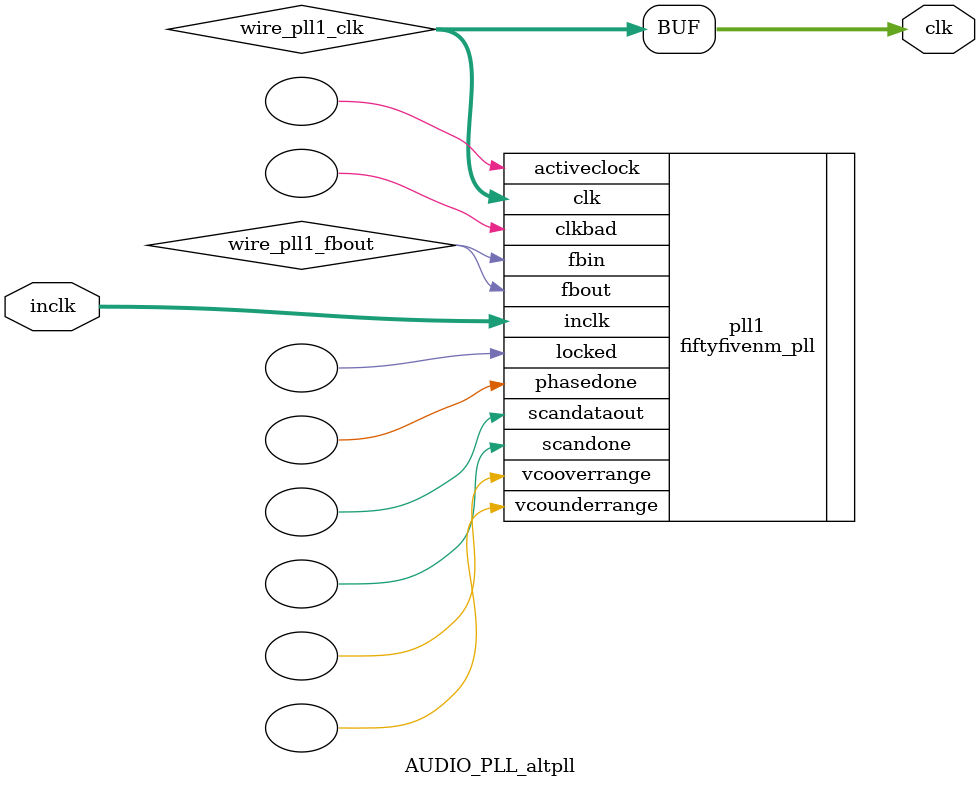
<source format=v>






//synthesis_resources = fiftyfivenm_pll 1 
//synopsys translate_off
`timescale 1 ps / 1 ps
//synopsys translate_on
module  AUDIO_PLL_altpll
	( 
	clk,
	inclk) /* synthesis synthesis_clearbox=1 */;
	output   [4:0]  clk;
	input   [1:0]  inclk;
`ifndef ALTERA_RESERVED_QIS
// synopsys translate_off
`endif
	tri0   [1:0]  inclk;
`ifndef ALTERA_RESERVED_QIS
// synopsys translate_on
`endif

	wire  [4:0]   wire_pll1_clk;
	wire  wire_pll1_fbout;

	fiftyfivenm_pll   pll1
	( 
	.activeclock(),
	.clk(wire_pll1_clk),
	.clkbad(),
	.fbin(wire_pll1_fbout),
	.fbout(wire_pll1_fbout),
	.inclk(inclk),
	.locked(),
	.phasedone(),
	.scandataout(),
	.scandone(),
	.vcooverrange(),
	.vcounderrange()
	`ifndef FORMAL_VERIFICATION
	// synopsys translate_off
	`endif
	,
	.areset(1'b0),
	.clkswitch(1'b0),
	.configupdate(1'b0),
	.pfdena(1'b1),
	.phasecounterselect({3{1'b0}}),
	.phasestep(1'b0),
	.phaseupdown(1'b0),
	.scanclk(1'b0),
	.scanclkena(1'b1),
	.scandata(1'b0)
	`ifndef FORMAL_VERIFICATION
	// synopsys translate_on
	`endif
	);
	defparam
		pll1.bandwidth_type = "auto",
		pll1.clk0_divide_by = 3125,
		pll1.clk0_duty_cycle = 50,
		pll1.clk0_multiply_by = 3072,
		pll1.clk0_phase_shift = "0",
		pll1.clk1_divide_by = 3125,
		pll1.clk1_duty_cycle = 50,
		pll1.clk1_multiply_by = 6144,
		pll1.clk1_phase_shift = "0",
		pll1.clk2_divide_by = 50,
		pll1.clk2_duty_cycle = 50,
		pll1.clk2_multiply_by = 31,
		pll1.clk2_phase_shift = "0",
		pll1.compensate_clock = "clk0",
		pll1.inclk0_input_frequency = 20000,
		pll1.operation_mode = "normal",
		pll1.pll_type = "auto",
		pll1.lpm_type = "fiftyfivenm_pll";
	assign
		clk = {wire_pll1_clk[4:0]};
endmodule //AUDIO_PLL_altpll
//VALID FILE

</source>
